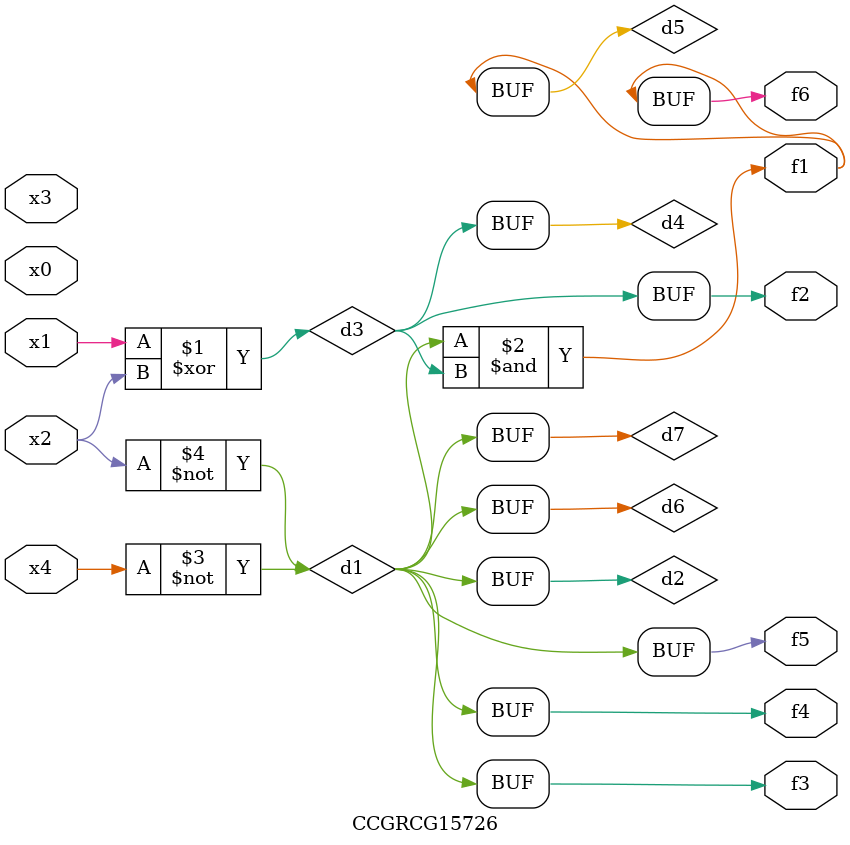
<source format=v>
module CCGRCG15726(
	input x0, x1, x2, x3, x4,
	output f1, f2, f3, f4, f5, f6
);

	wire d1, d2, d3, d4, d5, d6, d7;

	not (d1, x4);
	not (d2, x2);
	xor (d3, x1, x2);
	buf (d4, d3);
	and (d5, d1, d3);
	buf (d6, d1, d2);
	buf (d7, d2);
	assign f1 = d5;
	assign f2 = d4;
	assign f3 = d7;
	assign f4 = d7;
	assign f5 = d7;
	assign f6 = d5;
endmodule

</source>
